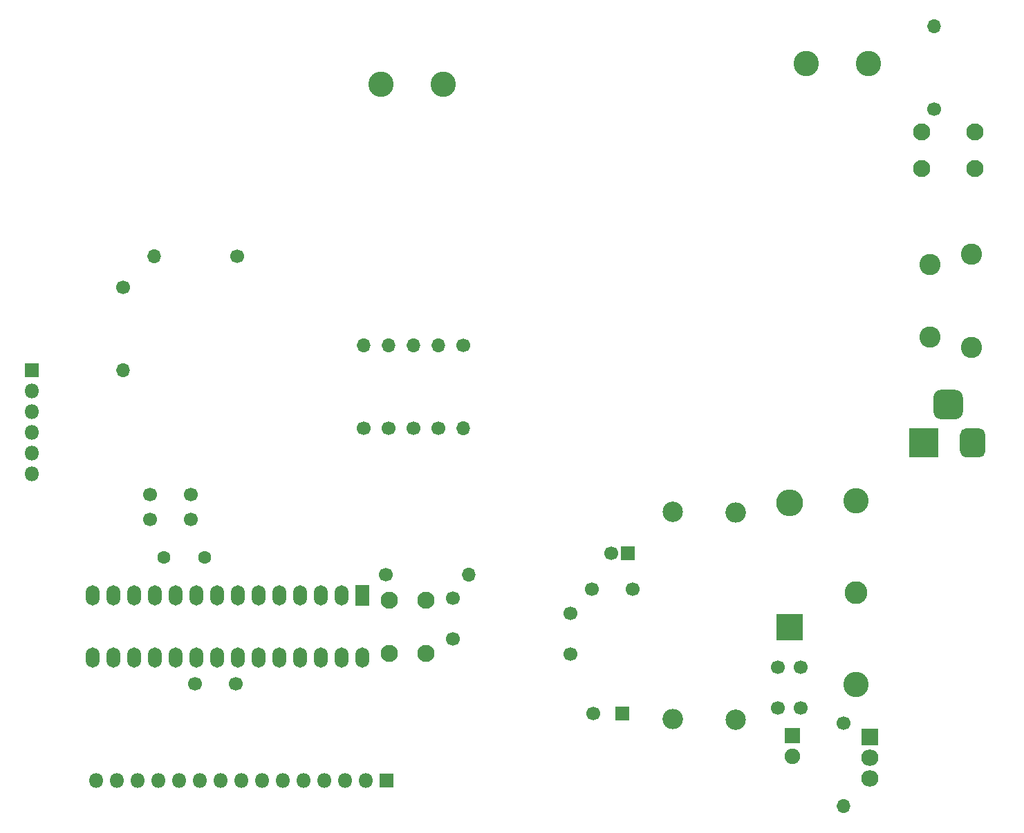
<source format=gbr>
%TF.GenerationSoftware,KiCad,Pcbnew,(5.1.6)-1*%
%TF.CreationDate,2021-04-21T16:58:09+02:00*%
%TF.ProjectId,_7SEG_CONTROL,5f375345-475f-4434-9f4e-54524f4c2e6b,rev?*%
%TF.SameCoordinates,Original*%
%TF.FileFunction,Soldermask,Top*%
%TF.FilePolarity,Negative*%
%FSLAX46Y46*%
G04 Gerber Fmt 4.6, Leading zero omitted, Abs format (unit mm)*
G04 Created by KiCad (PCBNEW (5.1.6)-1) date 2021-04-21 16:58:09*
%MOMM*%
%LPD*%
G01*
G04 APERTURE LIST*
%ADD10C,3.100000*%
%ADD11C,2.100000*%
%ADD12R,1.800000X1.800000*%
%ADD13O,1.800000X1.800000*%
%ADD14C,1.700000*%
%ADD15R,1.700000X1.700000*%
%ADD16R,3.300000X3.300000*%
%ADD17O,3.300000X3.300000*%
%ADD18R,1.900000X1.900000*%
%ADD19C,1.900000*%
%ADD20C,2.800000*%
%ADD21R,3.600000X3.600000*%
%ADD22O,2.500000X2.500000*%
%ADD23C,2.500000*%
%ADD24O,1.700000X1.700000*%
%ADD25R,2.100000X2.005000*%
%ADD26O,2.100000X2.005000*%
%ADD27R,1.700000X2.500000*%
%ADD28O,1.700000X2.500000*%
%ADD29C,1.600000*%
%ADD30C,2.600000*%
G04 APERTURE END LIST*
D10*
%TO.C,U5*%
X137541000Y-47244000D03*
X129921000Y-47244000D03*
X181991000Y-44704000D03*
X189611000Y-44704000D03*
%TD*%
D11*
%TO.C,SW2*%
X196088000Y-57573001D03*
X196088000Y-53073001D03*
X202588000Y-57573001D03*
X202588000Y-53073001D03*
%TD*%
D12*
%TO.C,J4*%
X130556000Y-132588000D03*
D13*
X128016000Y-132588000D03*
X125476000Y-132588000D03*
X122936000Y-132588000D03*
X120396000Y-132588000D03*
X117856000Y-132588000D03*
X115316000Y-132588000D03*
X112776000Y-132588000D03*
X110236000Y-132588000D03*
X107696000Y-132588000D03*
X105156000Y-132588000D03*
X102616000Y-132588000D03*
X100076000Y-132588000D03*
X97536000Y-132588000D03*
X94996000Y-132588000D03*
%TD*%
D14*
%TO.C,C1*%
X178506000Y-118674000D03*
X178506000Y-123674000D03*
%TD*%
%TO.C,C2*%
X181286000Y-123704000D03*
X181286000Y-118704000D03*
%TD*%
%TO.C,C3*%
X160726000Y-109144000D03*
X155726000Y-109144000D03*
%TD*%
D15*
%TO.C,C4*%
X160116000Y-104734000D03*
D14*
X158116000Y-104734000D03*
%TD*%
%TO.C,C5*%
X106600000Y-100584000D03*
X101600000Y-100584000D03*
%TD*%
%TO.C,C6*%
X101600000Y-97536000D03*
X106600000Y-97536000D03*
%TD*%
%TO.C,C7*%
X138666000Y-115224000D03*
X138666000Y-110224000D03*
%TD*%
%TO.C,C8*%
X112106000Y-120694000D03*
X107106000Y-120694000D03*
%TD*%
D15*
%TO.C,C9*%
X159396000Y-124324000D03*
D14*
X155896000Y-124324000D03*
%TD*%
%TO.C,C10*%
X153056000Y-112044000D03*
X153056000Y-117044000D03*
%TD*%
D16*
%TO.C,D1*%
X179956000Y-113784000D03*
D17*
X179956000Y-98544000D03*
%TD*%
D18*
%TO.C,D2*%
X180266000Y-127034000D03*
D19*
X180266000Y-129574000D03*
%TD*%
D10*
%TO.C,F1*%
X188076000Y-98284000D03*
X188076000Y-120784000D03*
D20*
X188076000Y-109534000D03*
%TD*%
D21*
%TO.C,J1*%
X196342000Y-91186000D03*
G36*
G01*
X203892000Y-90161000D02*
X203892000Y-92211000D01*
G75*
G02*
X203117000Y-92986000I-775000J0D01*
G01*
X201567000Y-92986000D01*
G75*
G02*
X200792000Y-92211000I0J775000D01*
G01*
X200792000Y-90161000D01*
G75*
G02*
X201567000Y-89386000I775000J0D01*
G01*
X203117000Y-89386000D01*
G75*
G02*
X203892000Y-90161000I0J-775000D01*
G01*
G37*
G36*
G01*
X201142000Y-85586000D02*
X201142000Y-87386000D01*
G75*
G02*
X200242000Y-88286000I-900000J0D01*
G01*
X198442000Y-88286000D01*
G75*
G02*
X197542000Y-87386000I0J900000D01*
G01*
X197542000Y-85586000D01*
G75*
G02*
X198442000Y-84686000I900000J0D01*
G01*
X200242000Y-84686000D01*
G75*
G02*
X201142000Y-85586000I0J-900000D01*
G01*
G37*
%TD*%
D22*
%TO.C,R1*%
X173356000Y-99734000D03*
D23*
X173356000Y-125134000D03*
%TD*%
D24*
%TO.C,R2*%
X186506000Y-135724000D03*
D14*
X186506000Y-125564000D03*
%TD*%
D23*
%TO.C,R3*%
X165616000Y-99624000D03*
D22*
X165616000Y-125024000D03*
%TD*%
D14*
%TO.C,R4*%
X130476000Y-107354000D03*
D24*
X140636000Y-107354000D03*
%TD*%
D11*
%TO.C,SW1*%
X130886000Y-110474000D03*
X135386000Y-110474000D03*
X130886000Y-116974000D03*
X135386000Y-116974000D03*
%TD*%
D25*
%TO.C,U1*%
X189736000Y-127214000D03*
D26*
X189736000Y-129754000D03*
X189736000Y-132294000D03*
%TD*%
D27*
%TO.C,U3*%
X127576000Y-109894000D03*
D28*
X94556000Y-117514000D03*
X125036000Y-109894000D03*
X97096000Y-117514000D03*
X122496000Y-109894000D03*
X99636000Y-117514000D03*
X119956000Y-109894000D03*
X102176000Y-117514000D03*
X117416000Y-109894000D03*
X104716000Y-117514000D03*
X114876000Y-109894000D03*
X107256000Y-117514000D03*
X112336000Y-109894000D03*
X109796000Y-117514000D03*
X109796000Y-109894000D03*
X112336000Y-117514000D03*
X107256000Y-109894000D03*
X114876000Y-117514000D03*
X104716000Y-109894000D03*
X117416000Y-117514000D03*
X102176000Y-109894000D03*
X119956000Y-117514000D03*
X99636000Y-109894000D03*
X122496000Y-117514000D03*
X97096000Y-109894000D03*
X125036000Y-117514000D03*
X94556000Y-109894000D03*
X127576000Y-117514000D03*
%TD*%
D29*
%TO.C,Y1*%
X108326000Y-105234000D03*
X103326000Y-105234000D03*
%TD*%
D14*
%TO.C,R5*%
X139954000Y-79248000D03*
D24*
X139954000Y-89408000D03*
%TD*%
%TO.C,R6*%
X136906000Y-79248000D03*
D14*
X136906000Y-89408000D03*
%TD*%
%TO.C,R7*%
X127762000Y-89408000D03*
D24*
X127762000Y-79248000D03*
%TD*%
D14*
%TO.C,R8*%
X98298000Y-72136000D03*
D24*
X98298000Y-82296000D03*
%TD*%
%TO.C,R9*%
X102108000Y-68326000D03*
D14*
X112268000Y-68326000D03*
%TD*%
%TO.C,R10*%
X133858000Y-89408000D03*
D24*
X133858000Y-79248000D03*
%TD*%
%TO.C,R11*%
X130810000Y-79248000D03*
D14*
X130810000Y-89408000D03*
%TD*%
D30*
%TO.C,J2*%
X197104000Y-69342000D03*
X197104000Y-78232000D03*
X202184000Y-68072000D03*
X202184000Y-79502000D03*
%TD*%
D14*
%TO.C,R12*%
X197612000Y-50292000D03*
D24*
X197612000Y-40132000D03*
%TD*%
D12*
%TO.C,J3*%
X87122000Y-82296000D03*
D13*
X87122000Y-84836000D03*
X87122000Y-87376000D03*
X87122000Y-89916000D03*
X87122000Y-92456000D03*
X87122000Y-94996000D03*
%TD*%
M02*

</source>
